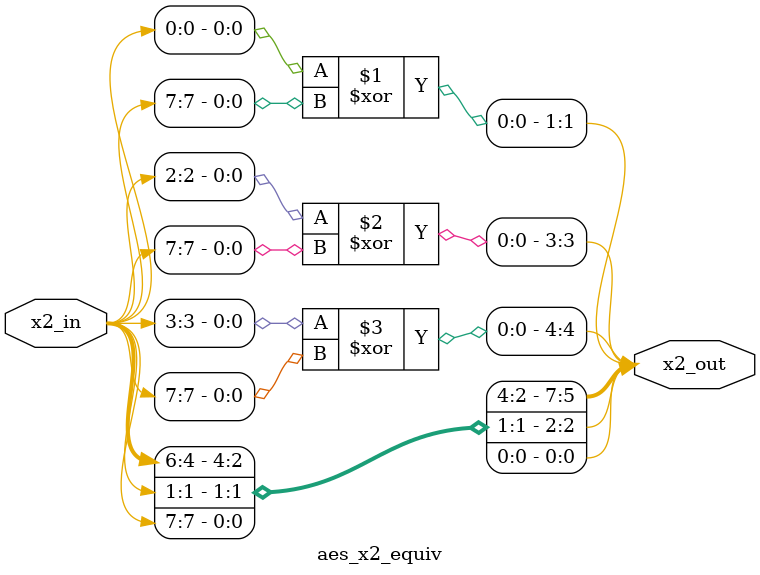
<source format=v>
/**
  * @file aes_mixcolumns_equiv.v
  * @brief AES Inverse MixColumns Sublayer
  *
  * @section License
  *
  * Secure Element for QUBIP Project
  *
  * This Secure Element repository for QUBIP Project is subject to the
  * BSD 3-Clause License below.
  *
  * Copyright (c) 2024,
  *         Eros Camacho-Ruiz
  *         Pablo Navarro-Torrero
  *         Pau Ortega-Castro
  *         Apurba Karmakar
  *         Macarena C. Martínez-Rodríguez
  *         Piedad Brox
  *
  * All rights reserved.
  *
  * This Secure Element was developed by Instituto de Microelectrónica de
  * Sevilla - IMSE (CSIC/US) as part of the QUBIP Project, co-funded by the
  * European Union under the Horizon Europe framework programme
  * [grant agreement no. 101119746].
  *
  * -----------------------------------------------------------------------
  *
  * Redistribution and use in source and binary forms, with or without
  * modification, are permitted provided that the following conditions are met:
  *
  * 1. Redistributions of source code must retain the above copyright notice, this
  *    list of conditions and the following disclaimer.
  *
  * 2. Redistributions in binary form must reproduce the above copyright notice,
  *    this list of conditions and the following disclaimer in the documentation
  *    and/or other materials provided with the distribution.
  *
  * 3. Neither the name of the copyright holder nor the names of its
  *    contributors may be used to endorse or promote products derived from
  *    this software without specific prior written permission.
  *
  * THIS SOFTWARE IS PROVIDED BY THE COPYRIGHT HOLDERS AND CONTRIBUTORS "AS IS"
  * AND ANY EXPRESS OR IMPLIED WARRANTIES, INCLUDING, BUT NOT LIMITED TO, THE
  * IMPLIED WARRANTIES OF MERCHANTABILITY AND FITNESS FOR A PARTICULAR PURPOSE ARE
  * DISCLAIMED. IN NO EVENT SHALL THE COPYRIGHT HOLDER OR CONTRIBUTORS BE LIABLE
  * FOR ANY DIRECT, INDIRECT, INCIDENTAL, SPECIAL, EXEMPLARY, OR CONSEQUENTIAL
  * DAMAGES (INCLUDING, BUT NOT LIMITED TO, PROCUREMENT OF SUBSTITUTE GOODS OR
  * SERVICES; LOSS OF USE, DATA, OR PROFITS; OR BUSINESS INTERRUPTION) HOWEVER
  * CAUSED AND ON ANY THEORY OF LIABILITY, WHETHER IN CONTRACT, STRICT LIABILITY,
  * OR TORT (INCLUDING NEGLIGENCE OR OTHERWISE) ARISING IN ANY WAY OUT OF THE USE
  * OF THIS SOFTWARE, EVEN IF ADVISED OF THE POSSIBILITY OF SUCH DAMAGE.
  *
  *
  *
  *
  * @author Eros Camacho-Ruiz (camacho@imse-cnm.csic.es)
  * @version 1.0
  **/

// `default_nettype none

////////////////////////////////////////////////////////////////////////////////////
// Company: IMSE-CNM CSIC
// Engineer: Pablo Navarro Torrero
// 
// Create Date: 26/09/2024
// Design Name: aes_mixcolumns_equiv.v
// Module Name: aes_mixcolumns_equiv
// Project Name: AES for SE-QUBIP
// Target Devices: PYNQ-Z2
// Tool Versions: Vivado 2020.1
// Description: 
//		
//		AES Inverse MixColumns Sublayer based on:
//
//		https://ieeexplore.ieee.org/abstract/document/1465666
//      https://nvlpubs.nist.gov/nistpubs/fips/nist.fips.197.pdf
//
// Additional Comment:
//
//		Only includes inverted mode as it it is used for the equivalent inverse cipher
//
////////////////////////////////////////////////////////////////////////////////////


module aes_mixcolumns_equiv(
							input  wire [31:0] vector_in,		//-- Input Data
							output wire [31:0] vector_out		//-- Output Data
							);
  
    
    //------------------------------------------------------------------------------------------------
	//-- MixColumns Sublayer    
	//------------------------------------------------------------------------------------------------
	
	wire [7:0] B3, B2, B1, B0;
	wire [7:0] C3, C2, C1, C0;
	
	assign B3 = vector_in[31:24];
	assign B2 = vector_in[23:16];
	assign B1 = vector_in[15:8];
	assign B0 = vector_in[7:0];
	
	//-- Matrix Product Generators
	wire [7:0] x09_3, x09_2, x09_1, x09_0;
	wire [7:0] x0B_3, x0B_2, x0B_1, x0B_0;
	wire [7:0] x0D_3, x0D_2, x0D_1, x0D_0;
	wire [7:0] x0E_3, x0E_2, x0E_1, x0E_0;
	
	aes_matprod_gen_equiv product_generator_3(
										      .vec_in(B3),
										      .x09(x09_3),
										      .x0B(x0B_3),
										      .x0D(x0D_3),
										      .x0E(x0E_3)
										      );
	
	aes_matprod_gen_equiv product_generator_2(
										      .vec_in(B2),
										      .x09(x09_2),
										      .x0B(x0B_2),
										      .x0D(x0D_2),
										      .x0E(x0E_2)
										      );
	
	aes_matprod_gen_equiv product_generator_1(
										      .vec_in(B1),
										      .x09(x09_1),
										      .x0B(x0B_1),
										      .x0D(x0D_1),
										      .x0E(x0E_1)
										      );
										
	aes_matprod_gen_equiv product_generator_0(
										      .vec_in(B0),
										      .x09(x09_0),
										      .x0B(x0B_0),
										      .x0D(x0D_0),
										      .x0E(x0E_0)
										      );
									
	
	assign C3 = x0E_3 ^ x0B_2 ^ x0D_1 ^ x09_0;
	assign C2 = x09_3 ^ x0E_2 ^ x0B_1 ^ x0D_0;
	assign C1 = x0D_3 ^ x09_2 ^ x0E_1 ^ x0B_0;
	assign C0 = x0B_3 ^ x0D_2 ^ x09_1 ^ x0E_0;

	assign vector_out = {C3, C2, C1, C0};

	
endmodule


/////////////////////////////////////////////////////////////////////////////////////////////////////////////////////
//-- Matrix Product Generator
/////////////////////////////////////////////////////////////////////////////////////////////////////////////////////

module aes_matprod_gen_equiv(
					         input  wire [7:0] vec_in,	//-- Vector Element Input a
					         output wire [7:0] x09,		//-- a*09
					         output wire [7:0] x0B,		//-- a*0B
					         output wire [7:0] x0D,   	//-- a*0D
					         output wire [7:0] x0E    	//-- a*0E
					         );
	
	
	//-- Multiplication by constant polynomial x^n:
	wire [7:0] x01;
	wire [7:0] x02;
	wire [7:0] x04;
	wire [7:0] x08;
	
	aes_x2n_equiv x2n(
				      .vec_in(vec_in),
				      .x01(x01),
				      .x02(x02),
				      .x04(x04),
				      .x08(x08)
				      );
	
	assign x09 = x01 ^ x08;
	assign x0B = x02 ^ x09;
	assign x0D = x04 ^ x09;
	assign x0E = x02 ^ x04 ^ x08;


endmodule	


/////////////////////////////////////////////////////////////////////////////////////////////////////////////////////
//-- Multiplication by constant polynomial x^n: a*x^n, 0 <= n <= 3  ({ a*01, a*02, a*04, a*08})
/////////////////////////////////////////////////////////////////////////////////////////////////////////////////////

module aes_x2n_equiv(
			         input  wire [7:0] vec_in,
			         output wire [7:0] x01,
			         output wire [7:0] x02,
			         output wire [7:0] x04,
			         output wire [7:0] x08
			         );
	
	
	//-- Identity Multiplication
	assign x01 = vec_in;
	
	//-- Multiplication by x
	aes_x2_equiv x2_1(
				      .x2_in(vec_in),
				      .x2_out(x02)
				      );
	
	//-- Multiplication by x^2
	aes_x2_equiv x2_2(
				      .x2_in(x02),
				      .x2_out(x04)
				      );
	
	//-- Multiplication by x^3
	aes_x2_equiv x2_3(
				      .x2_in(x04),
				      .x2_out(x08)
				      );

endmodule


/////////////////////////////////////////////////////////////////////////////////////////////////////////////////////
//-- Multiplication by constant polynomial x: a*x (a*02)
/////////////////////////////////////////////////////////////////////////////////////////////////////////////////////

module aes_x2_equiv(
			        input  wire [7:0] x2_in,
			        output wire [7:0] x2_out
			        );
			  
	assign x2_out = {x2_in[6], x2_in[5], x2_in[4], x2_in[3] ^ x2_in[7], x2_in[2] ^ x2_in[7], x2_in[1], x2_in[0] ^ x2_in[7], x2_in[7]};


endmodule


</source>
